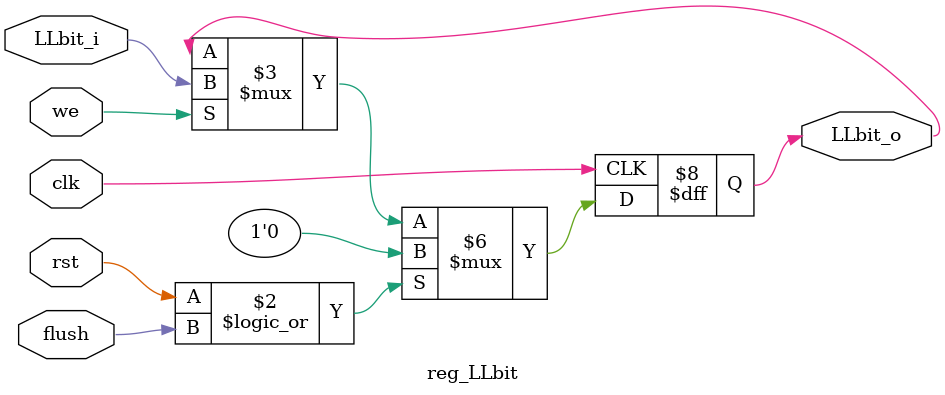
<source format=v>
module reg_LLbit (
  input  wire flush  ,
  input  wire LLbit_i,
  input  wire we     ,
  output reg  LLbit_o,
  input  wire clk    ,
  input  wire rst
);

    always @ (posedge clk) begin
        if (rst || flush) LLbit_o <= 0;
        else if (we) LLbit_o <= LLbit_i;
    end

endmodule

</source>
